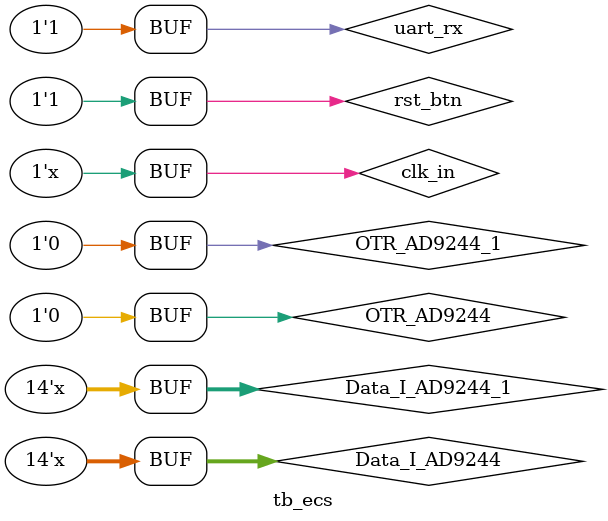
<source format=v>
`timescale 1ns / 1ps



`define N_div_clk_DAC      40   //the count width of DAC (number of bits)
`define N_div_clk_ADC_R    21   //the count width of ADC read (number of bits)
`define N_div_clk_ADC_W    40   //the count width of ADC write (number of bits)
//--------------- For DAC -----------------// 
`define ND_DAC1          14     // Data Width of DAC1 (number of bits)
`define NA_DAC1          15     // Address Width of DAC1 (number of bits)
`define N_Freq			 12     // width of frequence input
`define MAXD_DAC1        16383  // The max Addr value of DAC1  2^(ND_DAC1) - 1
`define Half_MAXD_DAC1   8191   // half of MAXD_DAC1
//--------------- For ADC -----------------//
`define ND_ADC          14     // Data Width of ADC (number of bits)
`define NA_ADC          8     // Address Width of DAC1 (number of bits)
`define N_Depth_ADC     256   // The depth of ADC_RAM = 0.375k
//--------------- For FFT -----------------//
`define ND_FFT          23     // Data Width of ADC (number of bits)
`define NA_FFT          3      // Address Width of DAC1 (number of bits)
`define N_Depth_FFT     7      // The depth of ADC_RAM = 7 
// `define debug           1





module tb_ecs;

	// Inputs
	reg clk_in;
	reg rst_btn;
	reg uart_rx;
	reg [13:0] Data_I_AD9244;
	reg OTR_AD9244;
	reg [13:0] Data_I_AD9244_1;
	reg OTR_AD9244_1;

	// Outputs
	wire [7:0] DIO_OUT1;
	wire [7:0] DIO_OUT2;
	wire [7:0] DIO_OUT3;
	wire uart_tx;
	wire clk_DAC8551;
	wire SYNC_DAC8551;
	wire D_DAC8551;
	wire clk_DAC8551_Bias;
	wire SYNC_DAC8551_Bias;
	wire D_DAC8551_Bias;
	wire clk_DAC904;
	wire [13:0] Data_Out_DAC904;
	wire clk_W_AD9244_out;
	wire clk_W_AD9244_out1;

	// Instantiate the Unit Under Test (UUT)
	Proj_ECS uut (
		.clk_in(clk_in), 
		.rst_btn(rst_btn), 
		.DIO_OUT1(DIO_OUT1), 
		.DIO_OUT2(DIO_OUT2), 
		.DIO_OUT3(DIO_OUT3), 
		.uart_rx(uart_rx), 
		.uart_tx(uart_tx), 
		.clk_DAC8551(clk_DAC8551), 
		.SYNC_DAC8551(SYNC_DAC8551), 
		.D_DAC8551(D_DAC8551), 
		.clk_DAC8551_Bias(clk_DAC8551_Bias), 
		.SYNC_DAC8551_Bias(SYNC_DAC8551_Bias), 
		.D_DAC8551_Bias(D_DAC8551_Bias), 
		.clk_DAC904(clk_DAC904), 
		.Data_Out_DAC904(Data_Out_DAC904), 
		.clk_W_AD9244_out(clk_W_AD9244_out), 
		.Data_I_AD9244(Data_I_AD9244), 
		.OTR_AD9244(OTR_AD9244), 
		.clk_W_AD9244_out1(clk_W_AD9244_out1), 
		.Data_I_AD9244_1(Data_I_AD9244_1), 
		.OTR_AD9244_1(OTR_AD9244_1)
	);

	initial begin
		// Initialize Inputs
		clk_in = 0;
		rst_btn = 0;
		uart_rx = 0;
		Data_I_AD9244 = 0;
		OTR_AD9244 = 0;
		Data_I_AD9244_1 = 0;
		OTR_AD9244_1 = 0;

		// Wait 100 ns for global reset to finish
		#100;
      rst_btn=1;
		#1000 uart_rx = 1;
//*************************************************************************************************************
//ÐÞ¸ÄADC1µÄÏµÊý
      //coe0:AA 07 F0 00 01 F6
		//AA
		#3000 uart_rx = 0;  //ÆðÊ¼Î»
		#8700 uart_rx = 0;  //ÊäÈëAA=8'b1010_1010£¬´ÓµÍÎ»¿ªÊ¼£¬
		#8700 uart_rx = 1;
		#8700 uart_rx = 0;
		#8700 uart_rx = 1;
		#8700 uart_rx = 0;
		#8700 uart_rx = 1;
		#8700 uart_rx = 0;
		#8700 uart_rx = 1;
		#8700 uart_rx = 1;  //½áÊøÎ»
		//D1
		#3000 uart_rx = 0;  //ÆðÊ¼Î»
		#8700 uart_rx = 1;  //ÊäÈë07=8'b0000_0111
		#8700 uart_rx = 1;
		#8700 uart_rx = 1;
		#8700 uart_rx = 0;
		#8700 uart_rx = 0;
		#8700 uart_rx = 0;
		#8700 uart_rx = 0;
		#8700 uart_rx = 0;
		#8700 uart_rx = 1;  //½áÊøÎ»
		//D2
		#3000 uart_rx = 0;  //ÆðÊ¼Î»
		#8700 uart_rx = 0;  //ÊäÈëF0=8'b1111_0000
		#8700 uart_rx = 0;
		#8700 uart_rx = 0;
		#8700 uart_rx = 0;
		#8700 uart_rx = 1;
		#8700 uart_rx = 1;
		#8700 uart_rx = 1;
		#8700 uart_rx = 1;
		#8700 uart_rx = 1;  //½áÊøÎ»
		//D3
		#3000 uart_rx = 0;  //ÆðÊ¼Î»
		#8700 uart_rx = 0;  //ÊäÈë00=8'b0000_0000
		#8700 uart_rx = 0;
		#8700 uart_rx = 0;
		#8700 uart_rx = 0;
		#8700 uart_rx = 0;
		#8700 uart_rx = 0;
		#8700 uart_rx = 0;
		#8700 uart_rx = 0;
		#8700 uart_rx = 1;  //½áÊøÎ»
		//D4
		#3000 uart_rx = 0;  //ÆðÊ¼Î»
		#8700 uart_rx = 1;  //ÊäÈë01=8'b0000_0001
		#8700 uart_rx = 0;
		#8700 uart_rx = 0;
		#8700 uart_rx = 0;
		#8700 uart_rx = 0;
		#8700 uart_rx = 0;
		#8700 uart_rx = 0;
		#8700 uart_rx = 0;
		#8700 uart_rx = 1;  //½áÊøÎ»
		//D5
		#3000 uart_rx = 0;  //ÆðÊ¼Î»
		#8700 uart_rx = 0;  //ÊäÈëF6=8'b1111_0110
		#8700 uart_rx = 1;
		#8700 uart_rx = 1;
		#8700 uart_rx = 0;
		#8700 uart_rx = 1;
		#8700 uart_rx = 1;
		#8700 uart_rx = 1;
		#8700 uart_rx = 1;
		#8700 uart_rx = 1;  //½áÊøÎ»	

      //coe1:AA 07 F1 00 02 F4
		//AA
		#3000 uart_rx = 0;  //ÆðÊ¼Î»
		#8700 uart_rx = 0;  //ÊäÈëAA=8'b1010_1010£¬´ÓµÍÎ»¿ªÊ¼£¬
		#8700 uart_rx = 1;
		#8700 uart_rx = 0;
		#8700 uart_rx = 1;
		#8700 uart_rx = 0;
		#8700 uart_rx = 1;
		#8700 uart_rx = 0;
		#8700 uart_rx = 1;
		#8700 uart_rx = 1;  //½áÊøÎ»
		//D1
		#3000 uart_rx = 0;  //ÆðÊ¼Î»
		#8700 uart_rx = 1;  //ÊäÈë07=8'b0000_0111
		#8700 uart_rx = 1;
		#8700 uart_rx = 1;
		#8700 uart_rx = 0;
		#8700 uart_rx = 0;
		#8700 uart_rx = 0;
		#8700 uart_rx = 0;
		#8700 uart_rx = 0;
		#8700 uart_rx = 1;  //½áÊøÎ»
		//D2
		#3000 uart_rx = 0;  //ÆðÊ¼Î»
		#8700 uart_rx = 1;  //ÊäÈëF1=8'b1111_0001
		#8700 uart_rx = 0;
		#8700 uart_rx = 0;
		#8700 uart_rx = 0;
		#8700 uart_rx = 1;
		#8700 uart_rx = 1;
		#8700 uart_rx = 1;
		#8700 uart_rx = 1;
		#8700 uart_rx = 1;  //½áÊøÎ»
		//D3
		#3000 uart_rx = 0;  //ÆðÊ¼Î»
		#8700 uart_rx = 0;  //ÊäÈë00=8'b0000_0000
		#8700 uart_rx = 0;
		#8700 uart_rx = 0;
		#8700 uart_rx = 0;
		#8700 uart_rx = 0;
		#8700 uart_rx = 0;
		#8700 uart_rx = 0;
		#8700 uart_rx = 0;
		#8700 uart_rx = 1;  //½áÊøÎ»
		//D4
		#3000 uart_rx = 0;  //ÆðÊ¼Î»
		#8700 uart_rx = 0;  //ÊäÈë01=8'b0000_0010
		#8700 uart_rx = 1;
		#8700 uart_rx = 0;
		#8700 uart_rx = 0;
		#8700 uart_rx = 0;
		#8700 uart_rx = 0;
		#8700 uart_rx = 0;
		#8700 uart_rx = 0;
		#8700 uart_rx = 1;  //½áÊøÎ»
		//D5
		#3000 uart_rx = 0;  //ÆðÊ¼Î»
		#8700 uart_rx = 0;  //ÊäÈëF4=8'b1111_0100
		#8700 uart_rx = 0;
		#8700 uart_rx = 1;
		#8700 uart_rx = 0;
		#8700 uart_rx = 1;
		#8700 uart_rx = 1;
		#8700 uart_rx = 1;
		#8700 uart_rx = 1;
		#8700 uart_rx = 1;  //½áÊøÎ»			
		
		//coe2:AA 07 F2 00 03 F6
		//AA
		#3000 uart_rx = 0;  //ÆðÊ¼Î»
		#8700 uart_rx = 0;  //ÊäÈëAA=8'b1010_1010£¬´ÓµÍÎ»¿ªÊ¼£¬
		#8700 uart_rx = 1;
		#8700 uart_rx = 0;
		#8700 uart_rx = 1;
		#8700 uart_rx = 0;
		#8700 uart_rx = 1;
		#8700 uart_rx = 0;
		#8700 uart_rx = 1;
		#8700 uart_rx = 1;  //½áÊøÎ»
		//D1
		#3000 uart_rx = 0;  //ÆðÊ¼Î»
		#8700 uart_rx = 1;  //ÊäÈë07=8'b0000_0111
		#8700 uart_rx = 1;
		#8700 uart_rx = 1;
		#8700 uart_rx = 0;
		#8700 uart_rx = 0;
		#8700 uart_rx = 0;
		#8700 uart_rx = 0;
		#8700 uart_rx = 0;
		#8700 uart_rx = 1;  //½áÊøÎ»
		//D2
		#3000 uart_rx = 0;  //ÆðÊ¼Î»
		#8700 uart_rx = 0;  //ÊäÈëF0=8'b1111_0010
		#8700 uart_rx = 1;
		#8700 uart_rx = 0;
		#8700 uart_rx = 0;
		#8700 uart_rx = 1;
		#8700 uart_rx = 1;
		#8700 uart_rx = 1;
		#8700 uart_rx = 1;
		#8700 uart_rx = 1;  //½áÊøÎ»
		//D3
		#3000 uart_rx = 0;  //ÆðÊ¼Î»
		#8700 uart_rx = 0;  //ÊäÈë00=8'b0000_0000
		#8700 uart_rx = 0;
		#8700 uart_rx = 0;
		#8700 uart_rx = 0;
		#8700 uart_rx = 0;
		#8700 uart_rx = 0;
		#8700 uart_rx = 0;
		#8700 uart_rx = 0;
		#8700 uart_rx = 1;  //½áÊøÎ»
		//D4
		#3000 uart_rx = 0;  //ÆðÊ¼Î»
		#8700 uart_rx = 1;  //ÊäÈë03=8'b0000_0011
		#8700 uart_rx = 1;
		#8700 uart_rx = 0;
		#8700 uart_rx = 0;
		#8700 uart_rx = 0;
		#8700 uart_rx = 0;
		#8700 uart_rx = 0;
		#8700 uart_rx = 0;
		#8700 uart_rx = 1;  //½áÊøÎ»
		//D5
		#3000 uart_rx = 0;  //ÆðÊ¼Î»
		#8700 uart_rx = 0;  //ÊäÈëF6=8'b1111_0110
		#8700 uart_rx = 1;
		#8700 uart_rx = 1;
		#8700 uart_rx = 0;
		#8700 uart_rx = 1;
		#8700 uart_rx = 1;
		#8700 uart_rx = 1;
		#8700 uart_rx = 1;
		#8700 uart_rx = 1;  //½áÊøÎ»	
		
		
		//coe3:AA 07 F3 00 04 F0
		//AA
		#3000 uart_rx = 0;  //ÆðÊ¼Î»
		#8700 uart_rx = 0;  //ÊäÈëAA=8'b1010_1010£¬´ÓµÍÎ»¿ªÊ¼£¬
		#8700 uart_rx = 1;
		#8700 uart_rx = 0;
		#8700 uart_rx = 1;
		#8700 uart_rx = 0;
		#8700 uart_rx = 1;
		#8700 uart_rx = 0;
		#8700 uart_rx = 1;
		#8700 uart_rx = 1;  //½áÊøÎ»
		//D1
		#3000 uart_rx = 0;  //ÆðÊ¼Î»
		#8700 uart_rx = 1;  //ÊäÈë07=8'b0000_0111
		#8700 uart_rx = 1;
		#8700 uart_rx = 1;
		#8700 uart_rx = 0;
		#8700 uart_rx = 0;
		#8700 uart_rx = 0;
		#8700 uart_rx = 0;
		#8700 uart_rx = 0;
		#8700 uart_rx = 1;  //½áÊøÎ»
		//D2
		#3000 uart_rx = 0;  //ÆðÊ¼Î»
		#8700 uart_rx = 1;  //ÊäÈëF0=8'b1111_0011
		#8700 uart_rx = 1;
		#8700 uart_rx = 0;
		#8700 uart_rx = 0;
		#8700 uart_rx = 1;
		#8700 uart_rx = 1;
		#8700 uart_rx = 1;
		#8700 uart_rx = 1;
		#8700 uart_rx = 1;  //½áÊøÎ»
		//D3
		#3000 uart_rx = 0;  //ÆðÊ¼Î»
		#8700 uart_rx = 0;  //ÊäÈë00=8'b0000_0000
		#8700 uart_rx = 0;
		#8700 uart_rx = 0;
		#8700 uart_rx = 0;
		#8700 uart_rx = 0;
		#8700 uart_rx = 0;
		#8700 uart_rx = 0;
		#8700 uart_rx = 0;
		#8700 uart_rx = 1;  //½áÊøÎ»
		//D4
		#3000 uart_rx = 0;  //ÆðÊ¼Î»
		#8700 uart_rx = 0;  //ÊäÈë04=8'b0000_0100
		#8700 uart_rx = 0;
		#8700 uart_rx = 1;
		#8700 uart_rx = 0;
		#8700 uart_rx = 0;
		#8700 uart_rx = 0;
		#8700 uart_rx = 0;
		#8700 uart_rx = 0;
		#8700 uart_rx = 1;  //½áÊøÎ»
		//D5
		#3000 uart_rx = 0;  //ÆðÊ¼Î»
		#8700 uart_rx = 0;  //ÊäÈëF0=8'b1111_0000
		#8700 uart_rx = 0;
		#8700 uart_rx = 0;
		#8700 uart_rx = 0;
		#8700 uart_rx = 1;
		#8700 uart_rx = 1;
		#8700 uart_rx = 1;
		#8700 uart_rx = 1;
		#8700 uart_rx = 1;  //½áÊøÎ»	
		
		//coe4:AA 07 F4 00 05 F6
		//AA
		#3000 uart_rx = 0;  //ÆðÊ¼Î»
		#8700 uart_rx = 0;  //ÊäÈëAA=8'b1010_1010£¬´ÓµÍÎ»¿ªÊ¼£¬
		#8700 uart_rx = 1;
		#8700 uart_rx = 0;
		#8700 uart_rx = 1;
		#8700 uart_rx = 0;
		#8700 uart_rx = 1;
		#8700 uart_rx = 0;
		#8700 uart_rx = 1;
		#8700 uart_rx = 1;  //½áÊøÎ»
		//D1
		#3000 uart_rx = 0;  //ÆðÊ¼Î»
		#8700 uart_rx = 1;  //ÊäÈë07=8'b0000_0111
		#8700 uart_rx = 1;
		#8700 uart_rx = 1;
		#8700 uart_rx = 0;
		#8700 uart_rx = 0;
		#8700 uart_rx = 0;
		#8700 uart_rx = 0;
		#8700 uart_rx = 0;
		#8700 uart_rx = 1;  //½áÊøÎ»
		//D2
		#3000 uart_rx = 0;  //ÆðÊ¼Î»
		#8700 uart_rx = 0;  //ÊäÈëF0=8'b1111_0100
		#8700 uart_rx = 0;
		#8700 uart_rx = 1;
		#8700 uart_rx = 0;
		#8700 uart_rx = 1;
		#8700 uart_rx = 1;
		#8700 uart_rx = 1;
		#8700 uart_rx = 1;
		#8700 uart_rx = 1;  //½áÊøÎ»
		//D3
		#3000 uart_rx = 0;  //ÆðÊ¼Î»
		#8700 uart_rx = 0;  //ÊäÈë00=8'b0000_0000
		#8700 uart_rx = 0;
		#8700 uart_rx = 0;
		#8700 uart_rx = 0;
		#8700 uart_rx = 0;
		#8700 uart_rx = 0;
		#8700 uart_rx = 0;
		#8700 uart_rx = 0;
		#8700 uart_rx = 1;  //½áÊøÎ»
		//D4
		#3000 uart_rx = 0;  //ÆðÊ¼Î»
		#8700 uart_rx = 1;  //ÊäÈë01=8'b0000_0101
		#8700 uart_rx = 0;
		#8700 uart_rx = 1;
		#8700 uart_rx = 0;
		#8700 uart_rx = 0;
		#8700 uart_rx = 0;
		#8700 uart_rx = 0;
		#8700 uart_rx = 0;
		#8700 uart_rx = 1;  //½áÊøÎ»
		//D5
		#3000 uart_rx = 0;  //ÆðÊ¼Î»
		#8700 uart_rx = 0;  //ÊäÈëF6=8'b1111_0110
		#8700 uart_rx = 1;
		#8700 uart_rx = 1;
		#8700 uart_rx = 0;
		#8700 uart_rx = 1;
		#8700 uart_rx = 1;
		#8700 uart_rx = 1;
		#8700 uart_rx = 1;
		#8700 uart_rx = 1;  //½áÊøÎ»	
		
		//coe5:AA 07 F5 00 06 F4
		//AA
		#3000 uart_rx = 0;  //ÆðÊ¼Î»
		#8700 uart_rx = 0;  //ÊäÈëAA=8'b1010_1010£¬´ÓµÍÎ»¿ªÊ¼£¬
		#8700 uart_rx = 1;
		#8700 uart_rx = 0;
		#8700 uart_rx = 1;
		#8700 uart_rx = 0;
		#8700 uart_rx = 1;
		#8700 uart_rx = 0;
		#8700 uart_rx = 1;
		#8700 uart_rx = 1;  //½áÊøÎ»
		//D1
		#3000 uart_rx = 0;  //ÆðÊ¼Î»
		#8700 uart_rx = 1;  //ÊäÈë07=8'b0000_0111
		#8700 uart_rx = 1;
		#8700 uart_rx = 1;
		#8700 uart_rx = 0;
		#8700 uart_rx = 0;
		#8700 uart_rx = 0;
		#8700 uart_rx = 0;
		#8700 uart_rx = 0;
		#8700 uart_rx = 1;  //½áÊøÎ»
		//D2
		#3000 uart_rx = 0;  //ÆðÊ¼Î»
		#8700 uart_rx = 1;  //ÊäÈëF0=8'b1111_0101
		#8700 uart_rx = 0;
		#8700 uart_rx = 1;
		#8700 uart_rx = 0;
		#8700 uart_rx = 1;
		#8700 uart_rx = 1;
		#8700 uart_rx = 1;
		#8700 uart_rx = 1;
		#8700 uart_rx = 1;  //½áÊøÎ»
		//D3
		#3000 uart_rx = 0;  //ÆðÊ¼Î»
		#8700 uart_rx = 0;  //ÊäÈë00=8'b0000_0000
		#8700 uart_rx = 0;
		#8700 uart_rx = 0;
		#8700 uart_rx = 0;
		#8700 uart_rx = 0;
		#8700 uart_rx = 0;
		#8700 uart_rx = 0;
		#8700 uart_rx = 0;
		#8700 uart_rx = 1;  //½áÊøÎ»
		//D4
		#3000 uart_rx = 0;  //ÆðÊ¼Î»
		#8700 uart_rx = 0;  //ÊäÈë06=8'b0000_0110
		#8700 uart_rx = 1;
		#8700 uart_rx = 1;
		#8700 uart_rx = 0;
		#8700 uart_rx = 0;
		#8700 uart_rx = 0;
		#8700 uart_rx = 0;
		#8700 uart_rx = 0;
		#8700 uart_rx = 1;  //½áÊøÎ»
		//D5
		#3000 uart_rx = 0;  //ÆðÊ¼Î»
		#8700 uart_rx = 0;  //ÊäÈëF6=8'b1111_0100
		#8700 uart_rx = 0;
		#8700 uart_rx = 1;
		#8700 uart_rx = 0;
		#8700 uart_rx = 1;
		#8700 uart_rx = 1;
		#8700 uart_rx = 1;
		#8700 uart_rx = 1;
		#8700 uart_rx = 1;  //½áÊøÎ»	
		
		//coe6:AA 07 F6 00 07 F6
		//AA
		#3000 uart_rx = 0;  //ÆðÊ¼Î»
		#8700 uart_rx = 0;  //ÊäÈëAA=8'b1010_1010£¬´ÓµÍÎ»¿ªÊ¼£¬
		#8700 uart_rx = 1;
		#8700 uart_rx = 0;
		#8700 uart_rx = 1;
		#8700 uart_rx = 0;
		#8700 uart_rx = 1;
		#8700 uart_rx = 0;
		#8700 uart_rx = 1;
		#8700 uart_rx = 1;  //½áÊøÎ»
		//D1
		#3000 uart_rx = 0;  //ÆðÊ¼Î»
		#8700 uart_rx = 1;  //ÊäÈë07=8'b0000_0111
		#8700 uart_rx = 1;
		#8700 uart_rx = 1;
		#8700 uart_rx = 0;
		#8700 uart_rx = 0;
		#8700 uart_rx = 0;
		#8700 uart_rx = 0;
		#8700 uart_rx = 0;
		#8700 uart_rx = 1;  //½áÊøÎ»
		//D2
		#3000 uart_rx = 0;  //ÆðÊ¼Î»
		#8700 uart_rx = 0;  //ÊäÈëF6=8'b1111_0110
		#8700 uart_rx = 1;
		#8700 uart_rx = 1;
		#8700 uart_rx = 0;
		#8700 uart_rx = 1;
		#8700 uart_rx = 1;
		#8700 uart_rx = 1;
		#8700 uart_rx = 1;
		#8700 uart_rx = 1;  //½áÊøÎ»
		//D3
		#3000 uart_rx = 0;  //ÆðÊ¼Î»
		#8700 uart_rx = 0;  //ÊäÈë00=8'b0000_0000
		#8700 uart_rx = 0;
		#8700 uart_rx = 0;
		#8700 uart_rx = 0;
		#8700 uart_rx = 0;
		#8700 uart_rx = 0;
		#8700 uart_rx = 0;
		#8700 uart_rx = 0;
		#8700 uart_rx = 1;  //½áÊøÎ»
		//D4
		#3000 uart_rx = 0;  //ÆðÊ¼Î»
		#8700 uart_rx = 1;  //ÊäÈë07=8'b0000_0111
		#8700 uart_rx = 1;
		#8700 uart_rx = 1;
		#8700 uart_rx = 0;
		#8700 uart_rx = 0;
		#8700 uart_rx = 0;
		#8700 uart_rx = 0;
		#8700 uart_rx = 0;
		#8700 uart_rx = 1;  //½áÊøÎ»
		//D5
		#3000 uart_rx = 0;  //ÆðÊ¼Î»
		#8700 uart_rx = 0;  //ÊäÈëF6=8'b1111_0110
		#8700 uart_rx = 1;
		#8700 uart_rx = 1;
		#8700 uart_rx = 0;
		#8700 uart_rx = 1;
		#8700 uart_rx = 1;
		#8700 uart_rx = 1;
		#8700 uart_rx = 1;
		#8700 uart_rx = 1;  //½áÊøÎ»	
		
		//coe7:AA 07 F7 00 08 F8
		//AA
		#3000 uart_rx = 0;  //ÆðÊ¼Î»
		#8700 uart_rx = 0;  //ÊäÈëAA=8'b1010_1010£¬´ÓµÍÎ»¿ªÊ¼£¬
		#8700 uart_rx = 1;
		#8700 uart_rx = 0;
		#8700 uart_rx = 1;
		#8700 uart_rx = 0;
		#8700 uart_rx = 1;
		#8700 uart_rx = 0;
		#8700 uart_rx = 1;
		#8700 uart_rx = 1;  //½áÊøÎ»
		//D1
		#3000 uart_rx = 0;  //ÆðÊ¼Î»
		#8700 uart_rx = 1;  //ÊäÈë07=8'b0000_0111
		#8700 uart_rx = 1;
		#8700 uart_rx = 1;
		#8700 uart_rx = 0;
		#8700 uart_rx = 0;
		#8700 uart_rx = 0;
		#8700 uart_rx = 0;
		#8700 uart_rx = 0;
		#8700 uart_rx = 1;  //½áÊøÎ»
		//D2
		#3000 uart_rx = 0;  //ÆðÊ¼Î»
		#8700 uart_rx = 1;  //ÊäÈëF7=8'b1111_0111
		#8700 uart_rx = 1;
		#8700 uart_rx = 1;
		#8700 uart_rx = 0;
		#8700 uart_rx = 1;
		#8700 uart_rx = 1;
		#8700 uart_rx = 1;
		#8700 uart_rx = 1;
		#8700 uart_rx = 1;  //½áÊøÎ»
		//D3
		#3000 uart_rx = 0;  //ÆðÊ¼Î»
		#8700 uart_rx = 0;  //ÊäÈë00=8'b0000_0000
		#8700 uart_rx = 0;
		#8700 uart_rx = 0;
		#8700 uart_rx = 0;
		#8700 uart_rx = 0;
		#8700 uart_rx = 0;
		#8700 uart_rx = 0;
		#8700 uart_rx = 0;
		#8700 uart_rx = 1;  //½áÊøÎ»
		//D4
		#3000 uart_rx = 0;  //ÆðÊ¼Î»
		#8700 uart_rx = 0;  //ÊäÈë08=8'b0000_1000
		#8700 uart_rx = 0;
		#8700 uart_rx = 0;
		#8700 uart_rx = 1;
		#8700 uart_rx = 0;
		#8700 uart_rx = 0;
		#8700 uart_rx = 0;
		#8700 uart_rx = 0;
		#8700 uart_rx = 1;  //½áÊøÎ»
		//D5
		#3000 uart_rx = 0;  //ÆðÊ¼Î»
		#8700 uart_rx = 0;  //ÊäÈëF6=8'b1111_1000
		#8700 uart_rx = 0;
		#8700 uart_rx = 0;
		#8700 uart_rx = 1;
		#8700 uart_rx = 1;
		#8700 uart_rx = 1;
		#8700 uart_rx = 1;
		#8700 uart_rx = 1;
		#8700 uart_rx = 1;  //½áÊøÎ»	
		
		//coe8:AA 07 F8 00 09 F6
		//AA
		#3000 uart_rx = 0;  //ÆðÊ¼Î»
		#8700 uart_rx = 0;  //ÊäÈëAA=8'b1010_1010£¬´ÓµÍÎ»¿ªÊ¼£¬
		#8700 uart_rx = 1;
		#8700 uart_rx = 0;
		#8700 uart_rx = 1;
		#8700 uart_rx = 0;
		#8700 uart_rx = 1;
		#8700 uart_rx = 0;
		#8700 uart_rx = 1;
		#8700 uart_rx = 1;  //½áÊøÎ»
		//D1
		#3000 uart_rx = 0;  //ÆðÊ¼Î»
		#8700 uart_rx = 1;  //ÊäÈë07=8'b0000_0111
		#8700 uart_rx = 1;
		#8700 uart_rx = 1;
		#8700 uart_rx = 0;
		#8700 uart_rx = 0;
		#8700 uart_rx = 0;
		#8700 uart_rx = 0;
		#8700 uart_rx = 0;
		#8700 uart_rx = 1;  //½áÊøÎ»
		//D2
		#3000 uart_rx = 0;  //ÆðÊ¼Î»
		#8700 uart_rx = 0;  //ÊäÈëF0=8'b1111_1000
		#8700 uart_rx = 0;
		#8700 uart_rx = 0;
		#8700 uart_rx = 1;
		#8700 uart_rx = 1;
		#8700 uart_rx = 1;
		#8700 uart_rx = 1;
		#8700 uart_rx = 1;
		#8700 uart_rx = 1;  //½áÊøÎ»
		//D3
		#3000 uart_rx = 0;  //ÆðÊ¼Î»
		#8700 uart_rx = 0;  //ÊäÈë00=8'b0000_0000
		#8700 uart_rx = 0;
		#8700 uart_rx = 0;
		#8700 uart_rx = 0;
		#8700 uart_rx = 0;
		#8700 uart_rx = 0;
		#8700 uart_rx = 0;
		#8700 uart_rx = 0;
		#8700 uart_rx = 1;  //½áÊøÎ»
		//D4
		#3000 uart_rx = 0;  //ÆðÊ¼Î»
		#8700 uart_rx = 1;  //ÊäÈë09=8'b0000_1001
		#8700 uart_rx = 0;
		#8700 uart_rx = 0;
		#8700 uart_rx = 1;
		#8700 uart_rx = 0;
		#8700 uart_rx = 0;
		#8700 uart_rx = 0;
		#8700 uart_rx = 0;
		#8700 uart_rx = 1;  //½áÊøÎ»
		//D5
		#3000 uart_rx = 0;  //ÆðÊ¼Î»
		#8700 uart_rx = 0;  //ÊäÈëF6=8'b1111_0110
		#8700 uart_rx = 1;
		#8700 uart_rx = 1;
		#8700 uart_rx = 0;
		#8700 uart_rx = 1;
		#8700 uart_rx = 1;
		#8700 uart_rx = 1;
		#8700 uart_rx = 1;
		#8700 uart_rx = 1;  //½áÊøÎ»
      
      //coe9:AA 07 F9 00 0A F4
		//AA
		#3000 uart_rx = 0;  //ÆðÊ¼Î»
		#8700 uart_rx = 0;  //ÊäÈëAA=8'b1010_1010£¬´ÓµÍÎ»¿ªÊ¼£¬
		#8700 uart_rx = 1;
		#8700 uart_rx = 0;
		#8700 uart_rx = 1;
		#8700 uart_rx = 0;
		#8700 uart_rx = 1;
		#8700 uart_rx = 0;
		#8700 uart_rx = 1;
		#8700 uart_rx = 1;  //½áÊøÎ»
		//D1
		#3000 uart_rx = 0;  //ÆðÊ¼Î»
		#8700 uart_rx = 1;  //ÊäÈë07=8'b0000_0111
		#8700 uart_rx = 1;
		#8700 uart_rx = 1;
		#8700 uart_rx = 0;
		#8700 uart_rx = 0;
		#8700 uart_rx = 0;
		#8700 uart_rx = 0;
		#8700 uart_rx = 0;
		#8700 uart_rx = 1;  //½áÊøÎ»
		//D2
		#3000 uart_rx = 0;  //ÆðÊ¼Î»
		#8700 uart_rx = 1;  //ÊäÈëF9=8'b1111_1001
		#8700 uart_rx = 0;
		#8700 uart_rx = 0;
		#8700 uart_rx = 1;
		#8700 uart_rx = 1;
		#8700 uart_rx = 1;
		#8700 uart_rx = 1;
		#8700 uart_rx = 1;
		#8700 uart_rx = 1;  //½áÊøÎ»
		//D3
		#3000 uart_rx = 0;  //ÆðÊ¼Î»
		#8700 uart_rx = 0;  //ÊäÈë00=8'b0000_0000
		#8700 uart_rx = 0;
		#8700 uart_rx = 0;
		#8700 uart_rx = 0;
		#8700 uart_rx = 0;
		#8700 uart_rx = 0;
		#8700 uart_rx = 0;
		#8700 uart_rx = 0;
		#8700 uart_rx = 1;  //½áÊøÎ»
		//D4
		#3000 uart_rx = 0;  //ÆðÊ¼Î»
		#8700 uart_rx = 0;  //ÊäÈë0=8'b0000_1010
		#8700 uart_rx = 1;
		#8700 uart_rx = 0;
		#8700 uart_rx = 1;
		#8700 uart_rx = 0;
		#8700 uart_rx = 0;
		#8700 uart_rx = 0;
		#8700 uart_rx = 0;
		#8700 uart_rx = 1;  //½áÊøÎ»
		//D5
		#3000 uart_rx = 0;  //ÆðÊ¼Î»
		#8700 uart_rx = 0;  //ÊäÈëF6=8'b1111_0100
		#8700 uart_rx = 0;
		#8700 uart_rx = 1;
		#8700 uart_rx = 0;
		#8700 uart_rx = 1;
		#8700 uart_rx = 1;
		#8700 uart_rx = 1;
		#8700 uart_rx = 1;
		#8700 uart_rx = 1;  //½áÊøÎ»			
		
		
/*
		
//************************************************************		
		//¸Ä±ä½»Á÷·ùÖµAA 03 03 FF 00 FF
		//AA
		#3000 uart_rx = 0;  //ÆðÊ¼Î»
		#8700 uart_rx = 0;  //ÊäÈëAA=8'b1010_1010£¬´ÓµÍÎ»¿ªÊ¼£¬
		#8700 uart_rx = 1;
		#8700 uart_rx = 0;
		#8700 uart_rx = 1;
		#8700 uart_rx = 0;
		#8700 uart_rx = 1;
		#8700 uart_rx = 0;
		#8700 uart_rx = 1;
		#8700 uart_rx = 1;  //½áÊøÎ»
		//D1
		#3000 uart_rx = 0;  //ÆðÊ¼Î»
		#8700 uart_rx = 1;  //ÊäÈë03=8'b0000_0011
		#8700 uart_rx = 1;
		#8700 uart_rx = 0;
		#8700 uart_rx = 0;
		#8700 uart_rx = 0;
		#8700 uart_rx = 0;
		#8700 uart_rx = 0;
		#8700 uart_rx = 0;
		#8700 uart_rx = 1;  //½áÊøÎ»
		//D2
		#3000 uart_rx = 0;  //ÆðÊ¼Î»
		#8700 uart_rx = 1;  //ÊäÈë03=8'b0000_0011
		#8700 uart_rx = 1;
		#8700 uart_rx = 0;
		#8700 uart_rx = 0;
		#8700 uart_rx = 0;
		#8700 uart_rx = 0;
		#8700 uart_rx = 0;
		#8700 uart_rx = 0;
		#8700 uart_rx = 1;  //½áÊøÎ»
		//D3
		#3000 uart_rx = 0;  //ÆðÊ¼Î»
		#8700 uart_rx = 1;  //ÊäÈëFF=8'b1111_1111
		#8700 uart_rx = 1;
		#8700 uart_rx = 1;
		#8700 uart_rx = 1;
		#8700 uart_rx = 1;
		#8700 uart_rx = 1;
		#8700 uart_rx = 1;
		#8700 uart_rx = 1;
		#8700 uart_rx = 1;  //½áÊøÎ»
		//D4
		#3000 uart_rx = 0;  //ÆðÊ¼Î»
		#8700 uart_rx = 0;  //ÊäÈë00=8'b0000_0000
		#8700 uart_rx = 0;
		#8700 uart_rx = 0;
		#8700 uart_rx = 0;
		#8700 uart_rx = 0;
		#8700 uart_rx = 0;
		#8700 uart_rx = 0;
		#8700 uart_rx = 0;
		#8700 uart_rx = 1;  //½áÊøÎ»
		//D5
		#3000 uart_rx = 0;  //ÆðÊ¼Î»
		#8700 uart_rx = 1;  //ÊäÈëFF=8'b1111_1111
		#8700 uart_rx = 1;
		#8700 uart_rx = 1;
		#8700 uart_rx = 1;
		#8700 uart_rx = 1;
		#8700 uart_rx = 1;
		#8700 uart_rx = 1;
		#8700 uart_rx = 1;
		#8700 uart_rx = 1;  //½áÊøÎ»
		
*/		
		
	/*	
//************************************************************************************
		//Ð´ADC_RAMÃüÁî AA 04 01 FF 00 FA
		//AA
		#3000 uart_rx = 0;  //ÆðÊ¼Î»
		#8700 uart_rx = 0;  //ÊäÈëAA=8'b1010_1010£¬´ÓµÍÎ»¿ªÊ¼£¬
		#8700 uart_rx = 1;
		#8700 uart_rx = 0;
		#8700 uart_rx = 1;
		#8700 uart_rx = 0;
		#8700 uart_rx = 1;
		#8700 uart_rx = 0;
		#8700 uart_rx = 1;
		#8700 uart_rx = 1;  //½áÊøÎ»
		//D1
		#3000 uart_rx = 0;  //ÆðÊ¼Î»
		#8700 uart_rx = 0;  //ÊäÈë04=8'b0000_0100
		#8700 uart_rx = 0;
		#8700 uart_rx = 1;
		#8700 uart_rx = 0;
		#8700 uart_rx = 0;
		#8700 uart_rx = 0;
		#8700 uart_rx = 0;
		#8700 uart_rx = 0;
		#8700 uart_rx = 1;  //½áÊøÎ»
		//D2
		#3000 uart_rx = 0;  //ÆðÊ¼Î»
		#8700 uart_rx = 1;  //ÊäÈë01=8'b0000_0001
		#8700 uart_rx = 0;
		#8700 uart_rx = 0;
		#8700 uart_rx = 0;
		#8700 uart_rx = 0;
		#8700 uart_rx = 0;
		#8700 uart_rx = 0;
		#8700 uart_rx = 0;
		#8700 uart_rx = 1;  //½áÊøÎ»
		//D3
		#3000 uart_rx = 0;  //ÆðÊ¼Î»
		#8700 uart_rx = 1;  //ÊäÈëFF=8'b1111_1111
		#8700 uart_rx = 1;
		#8700 uart_rx = 1;
		#8700 uart_rx = 1;
		#8700 uart_rx = 1;
		#8700 uart_rx = 1;
		#8700 uart_rx = 1;
		#8700 uart_rx = 1;
		#8700 uart_rx = 1;  //½áÊøÎ»
		//D4
		#3000 uart_rx = 0;  //ÆðÊ¼Î»
		#8700 uart_rx = 0;  //ÊäÈë00=8'b0000_0000
		#8700 uart_rx = 0;
		#8700 uart_rx = 0;
		#8700 uart_rx = 0;
		#8700 uart_rx = 0;
		#8700 uart_rx = 0;
		#8700 uart_rx = 0;
		#8700 uart_rx = 0;
		#8700 uart_rx = 1;  //½áÊøÎ»
		//D5
		#3000 uart_rx = 0;  //ÆðÊ¼Î»
		#8700 uart_rx = 0;  //ÊäÈëFA=8'b1111_1010
		#8700 uart_rx = 1;
		#8700 uart_rx = 0;
		#8700 uart_rx = 1;
		#8700 uart_rx = 1;
		#8700 uart_rx = 1;
		#8700 uart_rx = 1;
		#8700 uart_rx = 1;
		#8700 uart_rx = 1;  //½áÊøÎ»
		*/
/*		
		#1_000_000;
		//¹Ø±ÕÐ´ADC_RAMÃüÁî AA 04 02 01 00 07
		//AA
		#3000 uart_rx = 0;  //ÆðÊ¼Î»
		#8700 uart_rx = 0;  //ÊäÈëAA=8'b1010_1010£¬´ÓµÍÎ»¿ªÊ¼£¬
		#8700 uart_rx = 1;
		#8700 uart_rx = 0;
		#8700 uart_rx = 1;
		#8700 uart_rx = 0;
		#8700 uart_rx = 1;
		#8700 uart_rx = 0;
		#8700 uart_rx = 1;
		#8700 uart_rx = 1;  //½áÊøÎ»
		//D1
		#3000 uart_rx = 0;  //ÆðÊ¼Î»
		#8700 uart_rx = 0;  //ÊäÈë04=8'b0000_0100
		#8700 uart_rx = 0;
		#8700 uart_rx = 1;
		#8700 uart_rx = 0;
		#8700 uart_rx = 0;
		#8700 uart_rx = 0;
		#8700 uart_rx = 0;
		#8700 uart_rx = 0;
		#8700 uart_rx = 1;  //½áÊøÎ»
		//D2
		#3000 uart_rx = 0;  //ÆðÊ¼Î»
		#8700 uart_rx = 0;  //ÊäÈë02=8'b0000_0010
		#8700 uart_rx = 1;
		#8700 uart_rx = 0;
		#8700 uart_rx = 0;
		#8700 uart_rx = 0;
		#8700 uart_rx = 0;
		#8700 uart_rx = 0;
		#8700 uart_rx = 0;
		#8700 uart_rx = 1;  //½áÊøÎ»
		//D3
		#3000 uart_rx = 0;  //ÆðÊ¼Î»
		#8700 uart_rx = 1;  //ÊäÈë01=8'b0000_0001
		#8700 uart_rx = 0;
		#8700 uart_rx = 0;
		#8700 uart_rx = 0;
		#8700 uart_rx = 0;
		#8700 uart_rx = 0;
		#8700 uart_rx = 0;
		#8700 uart_rx = 0;
		#8700 uart_rx = 1;  //½áÊøÎ»
		//D4
		#3000 uart_rx = 0;  //ÆðÊ¼Î»
		#8700 uart_rx = 0;  //ÊäÈë00=8'b0000_0000
		#8700 uart_rx = 0;
		#8700 uart_rx = 0;
		#8700 uart_rx = 0;
		#8700 uart_rx = 0;
		#8700 uart_rx = 0;
		#8700 uart_rx = 0;
		#8700 uart_rx = 0;
		#8700 uart_rx = 1;  //½áÊøÎ»
		//D5
		#3000 uart_rx = 0;  //ÆðÊ¼Î»
		#8700 uart_rx = 1;  //ÊäÈëFA=8'b0000_0111
		#8700 uart_rx = 1;
		#8700 uart_rx = 1;
		#8700 uart_rx = 0;
		#8700 uart_rx = 0;
		#8700 uart_rx = 0;
		#8700 uart_rx = 0;
		#8700 uart_rx = 0;
		#8700 uart_rx = 1;  //½áÊøÎ»
*/		

/*		
			
//***********************************************************************		
		#1_000_000;   
		//¶ÁÈ¡ADC1_RAMÃüÁî AA 04 03 00 FF F8
		//AA
		#3000 uart_rx = 0;  //ÆðÊ¼Î»
		#8700 uart_rx = 0;  //ÊäÈëAA=8'b1010_1010£¬´ÓµÍÎ»¿ªÊ¼£¬
		#8700 uart_rx = 1;
		#8700 uart_rx = 0;
		#8700 uart_rx = 1;
		#8700 uart_rx = 0;
		#8700 uart_rx = 1;
		#8700 uart_rx = 0;
		#8700 uart_rx = 1;
		#8700 uart_rx = 1;  //½áÊøÎ»
		//D1
		#3000 uart_rx = 0;  //ÆðÊ¼Î»
		#8700 uart_rx = 0;  //ÊäÈë04=8'b0000_0100
		#8700 uart_rx = 0;
		#8700 uart_rx = 1;
		#8700 uart_rx = 0;
		#8700 uart_rx = 0;
		#8700 uart_rx = 0;
		#8700 uart_rx = 0;
		#8700 uart_rx = 0;
		#8700 uart_rx = 1;  //½áÊøÎ»
		//D2
		#3000 uart_rx = 0;  //ÆðÊ¼Î»
		#8700 uart_rx = 1;  //ÊäÈë03=8'b0000_0011
		#8700 uart_rx = 1;
		#8700 uart_rx = 0;
		#8700 uart_rx = 0;
		#8700 uart_rx = 0;
		#8700 uart_rx = 0;
		#8700 uart_rx = 0;
		#8700 uart_rx = 0;
		#8700 uart_rx = 1;  //½áÊøÎ»
		//D3
		#3000 uart_rx = 0;  //ÆðÊ¼Î»
		#8700 uart_rx = 0;  //ÊäÈë00=8'b0000_0000
		#8700 uart_rx = 0;
		#8700 uart_rx = 0;
		#8700 uart_rx = 0;
		#8700 uart_rx = 0;
		#8700 uart_rx = 0;
		#8700 uart_rx = 0;
		#8700 uart_rx = 0;
		#8700 uart_rx = 1;  //½áÊøÎ»
		//D4
		#3000 uart_rx = 0;  //ÆðÊ¼Î»
		#8700 uart_rx = 1;  //ÊäÈëFF=8'b1111_1111
		#8700 uart_rx = 1;
		#8700 uart_rx = 1;
		#8700 uart_rx = 1;
		#8700 uart_rx = 1;
		#8700 uart_rx = 1;
		#8700 uart_rx = 1;
		#8700 uart_rx = 1;
		#8700 uart_rx = 1;  //½áÊøÎ»
		//D5
		#3000 uart_rx = 0;  //ÆðÊ¼Î»
		#8700 uart_rx = 0;  //ÊäÈëF8=8'b1111_1000
		#8700 uart_rx = 0;
		#8700 uart_rx = 0;
		#8700 uart_rx = 1;
		#8700 uart_rx = 1;
		#8700 uart_rx = 1;
		#8700 uart_rx = 1;
		#8700 uart_rx = 1;
		#8700 uart_rx = 1;  //½áÊøÎ»
	*/	
	/*	
		#1_000_000;  //42ms£¬rx_bridge¼ÆÊýÒ»¸öÖÜÆÚ£¬Òò´Ëclk_R_serialµÄÊ±ÖÓÖÜÆÚÊÇ42ms
		//¹Ø±Õ¶ÁÈ¡ADC1_RAMÃüÁî AA 04 04 00 00 00
		//AA
		#3000 uart_rx = 0;  //ÆðÊ¼Î»
		#8700 uart_rx = 0;  //ÊäÈëAA=8'b1010_1010£¬´ÓµÍÎ»¿ªÊ¼£¬
		#8700 uart_rx = 1;
		#8700 uart_rx = 0;
		#8700 uart_rx = 1;
		#8700 uart_rx = 0;
		#8700 uart_rx = 1;
		#8700 uart_rx = 0;
		#8700 uart_rx = 1;
		#8700 uart_rx = 1;  //½áÊøÎ»
		//D1
		#3000 uart_rx = 0;  //ÆðÊ¼Î»
		#8700 uart_rx = 0;  //ÊäÈë04=8'b0000_0100
		#8700 uart_rx = 0;
		#8700 uart_rx = 1;
		#8700 uart_rx = 0;
		#8700 uart_rx = 0;
		#8700 uart_rx = 0;
		#8700 uart_rx = 0;
		#8700 uart_rx = 0;
		#8700 uart_rx = 1;  //½áÊøÎ»
		//D2
		#3000 uart_rx = 0;  //ÆðÊ¼Î»
		#8700 uart_rx = 0;  //ÊäÈë04=8'b0000_0100
		#8700 uart_rx = 0;
		#8700 uart_rx = 1;
		#8700 uart_rx = 0;
		#8700 uart_rx = 0;
		#8700 uart_rx = 0;
		#8700 uart_rx = 0;
		#8700 uart_rx = 0;
		#8700 uart_rx = 1;  //½áÊøÎ»
		//D3
		#3000 uart_rx = 0;  //ÆðÊ¼Î»
		#8700 uart_rx = 0;  //ÊäÈë00=8'b0000_0000
		#8700 uart_rx = 0;
		#8700 uart_rx = 0;
		#8700 uart_rx = 0;
		#8700 uart_rx = 0;
		#8700 uart_rx = 0;
		#8700 uart_rx = 0;
		#8700 uart_rx = 0;
		#8700 uart_rx = 1;  //½áÊøÎ»
		//D4
		#3000 uart_rx = 0;  //ÆðÊ¼Î»
		#8700 uart_rx = 0;  //ÊäÈë00=8'b0000_0000
		#8700 uart_rx = 0;
		#8700 uart_rx = 0;
		#8700 uart_rx = 0;
		#8700 uart_rx = 0;
		#8700 uart_rx = 0;
		#8700 uart_rx = 0;
		#8700 uart_rx = 0;
		#8700 uart_rx = 1;  //½áÊøÎ»
		//D5
		#3000 uart_rx = 0;  //ÆðÊ¼Î»
		#8700 uart_rx = 0;  //ÊäÈëF8=8'b0000_0000
		#8700 uart_rx = 0;
		#8700 uart_rx = 0;
		#8700 uart_rx = 0;
		#8700 uart_rx = 0;
		#8700 uart_rx = 0;
		#8700 uart_rx = 0;
		#8700 uart_rx = 0;
		#8700 uart_rx = 1;  //½áÊøÎ»
	
		
//*******************************************************************		
		#2_000_000;  //ÎªÁË¹Û²ì¹Ø±Õ¶ÁÈ¡Êý¾ÝºóµÄÊý¾Ý·¢ËÍ×´Ì¬£¬µÈ´ýÊ±¼ä³¤µã
		//¶ÁÈ¡ADC2_RAMÃüÁî AA 06 03 00 FF FA
		//AA
		#3000 uart_rx = 0;  //ÆðÊ¼Î»
		#8700 uart_rx = 0;  //ÊäÈëAA=8'b1010_1010£¬´ÓµÍÎ»¿ªÊ¼£¬
		#8700 uart_rx = 1;
		#8700 uart_rx = 0;
		#8700 uart_rx = 1;
		#8700 uart_rx = 0;
		#8700 uart_rx = 1;
		#8700 uart_rx = 0;
		#8700 uart_rx = 1;
		#8700 uart_rx = 1;  //½áÊøÎ»
		//D1
		#3000 uart_rx = 0;  //ÆðÊ¼Î»
		#8700 uart_rx = 0;  //ÊäÈë06=8'b0000_0110
		#8700 uart_rx = 1;
		#8700 uart_rx = 1;
		#8700 uart_rx = 0;
		#8700 uart_rx = 0;
		#8700 uart_rx = 0;
		#8700 uart_rx = 0;
		#8700 uart_rx = 0;
		#8700 uart_rx = 1;  //½áÊøÎ»
		//D2
		#3000 uart_rx = 0;  //ÆðÊ¼Î»
		#8700 uart_rx = 1;  //ÊäÈë03=8'b0000_0011
		#8700 uart_rx = 1;
		#8700 uart_rx = 0;
		#8700 uart_rx = 0;
		#8700 uart_rx = 0;
		#8700 uart_rx = 0;
		#8700 uart_rx = 0;
		#8700 uart_rx = 0;
		#8700 uart_rx = 1;  //½áÊøÎ»
		//D3
		#3000 uart_rx = 0;  //ÆðÊ¼Î»
		#8700 uart_rx = 0;  //ÊäÈë00=8'b0000_0000
		#8700 uart_rx = 0;
		#8700 uart_rx = 0;
		#8700 uart_rx = 0;
		#8700 uart_rx = 0;
		#8700 uart_rx = 0;
		#8700 uart_rx = 0;
		#8700 uart_rx = 0;
		#8700 uart_rx = 1;  //½áÊøÎ»
		//D4
		#3000 uart_rx = 0;  //ÆðÊ¼Î»
		#8700 uart_rx = 1;  //ÊäÈëFF=8'b1111_1111
		#8700 uart_rx = 1;
		#8700 uart_rx = 1;
		#8700 uart_rx = 1;
		#8700 uart_rx = 1;
		#8700 uart_rx = 1;
		#8700 uart_rx = 1;
		#8700 uart_rx = 1;
		#8700 uart_rx = 1;  //½áÊøÎ»
		//D5
		#3000 uart_rx = 0;  //ÆðÊ¼Î»
		#8700 uart_rx = 0;  //ÊäÈëFA=8'b1111_1010
		#8700 uart_rx = 1;
		#8700 uart_rx = 0;
		#8700 uart_rx = 1;
		#8700 uart_rx = 1;
		#8700 uart_rx = 1;
		#8700 uart_rx = 1;
		#8700 uart_rx = 1;
		#8700 uart_rx = 1;  //½áÊøÎ»
		
		
		#1_000_000;   
		//ÐèÒªµÈ´ýµÄÊ±¼äÎª 42ms·¢ËÍ6×Ö½ÚÊý¾Ý£»¹Ø±Õ¶ÁÈ¡ADC2_RAMÃüÁî AA 06 04 00 00 02
		//AA
		#3000 uart_rx = 0;  //ÆðÊ¼Î»
		#8700 uart_rx = 0;  //ÊäÈëAA=8'b1010_1010£¬´ÓµÍÎ»¿ªÊ¼£¬
		#8700 uart_rx = 1;
		#8700 uart_rx = 0;
		#8700 uart_rx = 1;
		#8700 uart_rx = 0;
		#8700 uart_rx = 1;
		#8700 uart_rx = 0;
		#8700 uart_rx = 1;
		#8700 uart_rx = 1;  //½áÊøÎ»
		//D1
		#3000 uart_rx = 0;  //ÆðÊ¼Î»
		#8700 uart_rx = 0;  //ÊäÈë06=8'b0000_0110
		#8700 uart_rx = 1;
		#8700 uart_rx = 1;
		#8700 uart_rx = 0;
		#8700 uart_rx = 0;
		#8700 uart_rx = 0;
		#8700 uart_rx = 0;
		#8700 uart_rx = 0;
		#8700 uart_rx = 1;  //½áÊøÎ»
		//D2
		#3000 uart_rx = 0;  //ÆðÊ¼Î»
		#8700 uart_rx = 0;  //ÊäÈë04=8'b0000_0100
		#8700 uart_rx = 0;
		#8700 uart_rx = 1;
		#8700 uart_rx = 0;
		#8700 uart_rx = 0;
		#8700 uart_rx = 0;
		#8700 uart_rx = 0;
		#8700 uart_rx = 0;
		#8700 uart_rx = 1;  //½áÊøÎ»
		//D3
		#3000 uart_rx = 0;  //ÆðÊ¼Î»
		#8700 uart_rx = 0;  //ÊäÈë00=8'b0000_0000
		#8700 uart_rx = 0;
		#8700 uart_rx = 0;
		#8700 uart_rx = 0;
		#8700 uart_rx = 0;
		#8700 uart_rx = 0;
		#8700 uart_rx = 0;
		#8700 uart_rx = 0;
		#8700 uart_rx = 1;  //½áÊøÎ»
		//D4
		#3000 uart_rx = 0;  //ÆðÊ¼Î»
		#8700 uart_rx = 0;  //ÊäÈë00=8'b0000_0000
		#8700 uart_rx = 0;
		#8700 uart_rx = 0;
		#8700 uart_rx = 0;
		#8700 uart_rx = 0;
		#8700 uart_rx = 0;
		#8700 uart_rx = 0;
		#8700 uart_rx = 0;
		#8700 uart_rx = 1;  //½áÊøÎ»
		//D5
		#3000 uart_rx = 0;  //ÆðÊ¼Î»
		#8700 uart_rx = 0;  //ÊäÈë02=8'b0000_0010
		#8700 uart_rx = 1;
		#8700 uart_rx = 0;
		#8700 uart_rx = 0;
		#8700 uart_rx = 0;
		#8700 uart_rx = 0;
		#8700 uart_rx = 0;
		#8700 uart_rx = 0;
		#8700 uart_rx = 1;  //½áÊøÎ»
	*/	
		
				
/*	
		#3_000_000
//**************************************************************************
//¶ÁÈ¡ADC1_FFTÊý¾Ý
		//AA
		#3000 uart_rx = 0;  //ÆðÊ¼Î»
		#8700 uart_rx = 0;  //ÊäÈëAA=8'b1010_1010£¬´ÓµÍÎ»¿ªÊ¼£¬
		#8700 uart_rx = 1;
		#8700 uart_rx = 0;
		#8700 uart_rx = 1;
		#8700 uart_rx = 0;
		#8700 uart_rx = 1;
		#8700 uart_rx = 0;
		#8700 uart_rx = 1;
		#8700 uart_rx = 1;  //½áÊøÎ»
		//D1
		#3000 uart_rx = 0;  //ÆðÊ¼Î»
		#8700 uart_rx = 0;  //ÊäÈë04=8'b0000_0100
		#8700 uart_rx = 0;
		#8700 uart_rx = 1;
		#8700 uart_rx = 0;
		#8700 uart_rx = 0;
		#8700 uart_rx = 0;
		#8700 uart_rx = 0;
		#8700 uart_rx = 0;
		#8700 uart_rx = 1;  //½áÊøÎ»
		//D2
		#3000 uart_rx = 0;  //ÆðÊ¼Î»
		#8700 uart_rx = 1;  //ÊäÈë05=8'b0000_0101
		#8700 uart_rx = 0;
		#8700 uart_rx = 1;
		#8700 uart_rx = 0;
		#8700 uart_rx = 0;
		#8700 uart_rx = 0;
		#8700 uart_rx = 0;
		#8700 uart_rx = 0;
		#8700 uart_rx = 1;  //½áÊøÎ»
		//D3
		#3000 uart_rx = 0;  //ÆðÊ¼Î»
		#8700 uart_rx = 1;  //ÊäÈëFF=8'b1111_1111
		#8700 uart_rx = 1;
		#8700 uart_rx = 1;
		#8700 uart_rx = 1;
		#8700 uart_rx = 1;
		#8700 uart_rx = 1;
		#8700 uart_rx = 1;
		#8700 uart_rx = 1;
		#8700 uart_rx = 1;  //½áÊøÎ»
		//D4
		#3000 uart_rx = 0;  //ÆðÊ¼Î»
		#8700 uart_rx = 0;  //ÊäÈë00=8'b0000_0000
		#8700 uart_rx = 0;
		#8700 uart_rx = 0;
		#8700 uart_rx = 0;
		#8700 uart_rx = 0;
		#8700 uart_rx = 0;
		#8700 uart_rx = 0;
		#8700 uart_rx = 0;
		#8700 uart_rx = 1;  //½áÊøÎ»
		//D5
		#3000 uart_rx = 0;  //ÆðÊ¼Î»
		#8700 uart_rx = 0;  //ÊäÈëFE=8'b1111_1110
		#8700 uart_rx = 1;
		#8700 uart_rx = 1;
		#8700 uart_rx = 1;
		#8700 uart_rx = 1;
		#8700 uart_rx = 1;
		#8700 uart_rx = 1;
		#8700 uart_rx = 1;
		#8700 uart_rx = 1;  //½áÊøÎ»		
		
		*/
		
		
	end
      always #10 clk_in=~clk_in;  
      always #0.5 	
        begin
		    Data_I_AD9244<=Data_I_AD9244+1'b1;
			 Data_I_AD9244_1<=Data_I_AD9244_1+1'b1;
        end		  
endmodule


</source>
